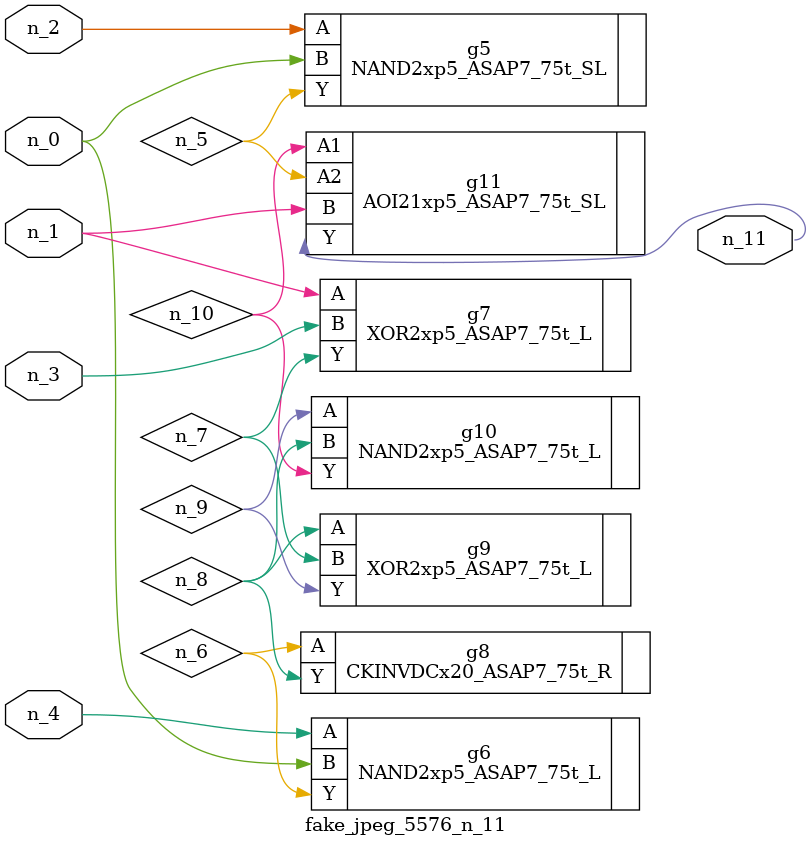
<source format=v>
module fake_jpeg_5576_n_11 (n_3, n_2, n_1, n_0, n_4, n_11);

input n_3;
input n_2;
input n_1;
input n_0;
input n_4;

output n_11;

wire n_10;
wire n_8;
wire n_9;
wire n_6;
wire n_5;
wire n_7;

NAND2xp5_ASAP7_75t_SL g5 ( 
.A(n_2),
.B(n_0),
.Y(n_5)
);

NAND2xp5_ASAP7_75t_L g6 ( 
.A(n_4),
.B(n_0),
.Y(n_6)
);

XOR2xp5_ASAP7_75t_L g7 ( 
.A(n_1),
.B(n_3),
.Y(n_7)
);

CKINVDCx20_ASAP7_75t_R g8 ( 
.A(n_6),
.Y(n_8)
);

XOR2xp5_ASAP7_75t_L g9 ( 
.A(n_8),
.B(n_7),
.Y(n_9)
);

NAND2xp5_ASAP7_75t_L g10 ( 
.A(n_9),
.B(n_8),
.Y(n_10)
);

AOI21xp5_ASAP7_75t_SL g11 ( 
.A1(n_10),
.A2(n_5),
.B(n_1),
.Y(n_11)
);


endmodule
</source>
